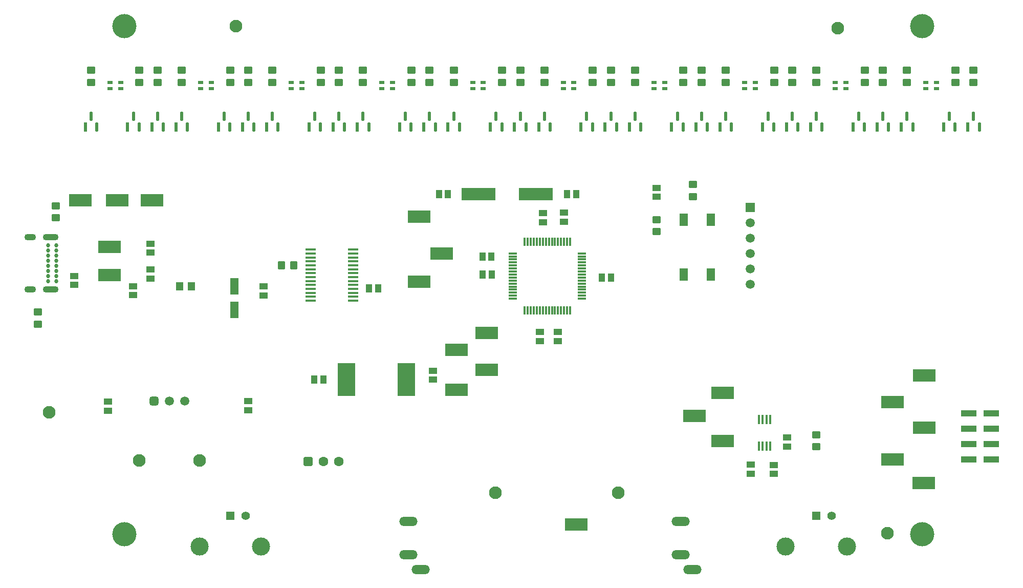
<source format=gbr>
%TF.GenerationSoftware,Altium Limited,Altium Designer,23.6.0 (18)*%
G04 Layer_Color=255*
%FSLAX43Y43*%
%MOMM*%
%TF.SameCoordinates,02C31AF8-F4BC-48A1-AB84-B672334353EB*%
%TF.FilePolarity,Positive*%
%TF.FileFunction,Pads,Top*%
%TF.Part,Single*%
G01*
G75*
%TA.AperFunction,SMDPad,CuDef*%
%ADD10R,3.800X2.030*%
G04:AMPARAMS|DCode=11|XSize=1.4mm|YSize=1.2mm|CornerRadius=0.15mm|HoleSize=0mm|Usage=FLASHONLY|Rotation=180.000|XOffset=0mm|YOffset=0mm|HoleType=Round|Shape=RoundedRectangle|*
%AMROUNDEDRECTD11*
21,1,1.400,0.900,0,0,180.0*
21,1,1.100,1.200,0,0,180.0*
1,1,0.300,-0.550,0.450*
1,1,0.300,0.550,0.450*
1,1,0.300,0.550,-0.450*
1,1,0.300,-0.550,-0.450*
%
%ADD11ROUNDEDRECTD11*%
%ADD12R,1.380X2.100*%
%ADD13R,1.400X1.100*%
%ADD14R,1.100X1.400*%
%ADD15R,5.600X2.100*%
%ADD16R,0.300X1.450*%
%ADD17R,1.450X0.300*%
%ADD18R,0.572X1.574*%
G04:AMPARAMS|DCode=19|XSize=1.574mm|YSize=0.572mm|CornerRadius=0.286mm|HoleSize=0mm|Usage=FLASHONLY|Rotation=90.000|XOffset=0mm|YOffset=0mm|HoleType=Round|Shape=RoundedRectangle|*
%AMROUNDEDRECTD19*
21,1,1.574,0.000,0,0,90.0*
21,1,1.002,0.572,0,0,90.0*
1,1,0.572,0.000,0.501*
1,1,0.572,0.000,-0.501*
1,1,0.572,0.000,-0.501*
1,1,0.572,0.000,0.501*
%
%ADD19ROUNDEDRECTD19*%
%ADD20R,0.850X0.500*%
%ADD21R,1.321X2.718*%
%ADD22R,2.900X5.400*%
%ADD23R,1.725X0.450*%
G04:AMPARAMS|DCode=24|XSize=1.4mm|YSize=1.2mm|CornerRadius=0.15mm|HoleSize=0mm|Usage=FLASHONLY|Rotation=90.000|XOffset=0mm|YOffset=0mm|HoleType=Round|Shape=RoundedRectangle|*
%AMROUNDEDRECTD24*
21,1,1.400,0.900,0,0,90.0*
21,1,1.100,1.200,0,0,90.0*
1,1,0.300,0.450,0.550*
1,1,0.300,0.450,-0.550*
1,1,0.300,-0.450,-0.550*
1,1,0.300,-0.450,0.550*
%
%ADD24ROUNDEDRECTD24*%
%ADD25R,0.432X1.499*%
%ADD26R,2.500X1.000*%
%ADD27R,1.285X1.470*%
%TA.AperFunction,ComponentPad*%
%ADD30C,0.690*%
%ADD31O,2.600X1.100*%
%ADD32O,1.900X1.100*%
%TA.AperFunction,ViaPad*%
%ADD33C,4.000*%
%TA.AperFunction,ComponentPad*%
%ADD34O,3.016X1.508*%
%ADD35C,3.000*%
%ADD36C,1.398*%
%ADD37R,1.398X1.398*%
G04:AMPARAMS|DCode=38|XSize=1.5mm|YSize=1.5mm|CornerRadius=0.375mm|HoleSize=0mm|Usage=FLASHONLY|Rotation=0.000|XOffset=0mm|YOffset=0mm|HoleType=Round|Shape=RoundedRectangle|*
%AMROUNDEDRECTD38*
21,1,1.500,0.750,0,0,0.0*
21,1,0.750,1.500,0,0,0.0*
1,1,0.750,0.375,-0.375*
1,1,0.750,-0.375,-0.375*
1,1,0.750,-0.375,0.375*
1,1,0.750,0.375,0.375*
%
%ADD38ROUNDEDRECTD38*%
%ADD39C,1.500*%
%ADD40R,1.500X1.500*%
G04:AMPARAMS|DCode=41|XSize=1.6mm|YSize=1.6mm|CornerRadius=0.4mm|HoleSize=0mm|Usage=FLASHONLY|Rotation=0.000|XOffset=0mm|YOffset=0mm|HoleType=Round|Shape=RoundedRectangle|*
%AMROUNDEDRECTD41*
21,1,1.600,0.800,0,0,0.0*
21,1,0.800,1.600,0,0,0.0*
1,1,0.800,0.400,-0.400*
1,1,0.800,-0.400,-0.400*
1,1,0.800,-0.400,0.400*
1,1,0.800,0.400,0.400*
%
%ADD41ROUNDEDRECTD41*%
%ADD42C,1.600*%
%ADD43C,2.100*%
D10*
X69976Y57250D02*
D03*
X149789Y19300D02*
D03*
X116466Y34192D02*
D03*
Y26192D02*
D03*
X111868Y30392D02*
D03*
X10204Y66029D02*
D03*
X22050Y66006D02*
D03*
X16299Y66029D02*
D03*
X15089Y58296D02*
D03*
Y53669D02*
D03*
X66261Y52550D02*
D03*
X72425Y34676D02*
D03*
X92234Y12444D02*
D03*
X66261Y63276D02*
D03*
X77441Y44066D02*
D03*
Y37977D02*
D03*
X72425Y41261D02*
D03*
X149821Y37046D02*
D03*
X144587Y23202D02*
D03*
X149821Y28397D02*
D03*
X144587Y32705D02*
D03*
D11*
X3200Y47550D02*
D03*
Y45550D02*
D03*
X105558Y62838D02*
D03*
Y60838D02*
D03*
X111558Y66655D02*
D03*
Y68655D02*
D03*
X20000Y85500D02*
D03*
Y87500D02*
D03*
X6127Y65127D02*
D03*
Y63127D02*
D03*
X35000Y87500D02*
D03*
Y85500D02*
D03*
X50000Y87500D02*
D03*
Y85500D02*
D03*
X23000Y87500D02*
D03*
Y85500D02*
D03*
X38000Y87500D02*
D03*
Y85500D02*
D03*
X53000Y87500D02*
D03*
Y85500D02*
D03*
X12000Y87500D02*
D03*
Y85500D02*
D03*
X27000Y87500D02*
D03*
Y85500D02*
D03*
X42000Y87500D02*
D03*
Y85500D02*
D03*
X65000Y87500D02*
D03*
Y85500D02*
D03*
X80000Y87500D02*
D03*
Y85500D02*
D03*
X95000Y87500D02*
D03*
Y85500D02*
D03*
X68000Y87500D02*
D03*
Y85500D02*
D03*
X83000Y87500D02*
D03*
Y85500D02*
D03*
X98000Y87500D02*
D03*
Y85500D02*
D03*
X57000Y87500D02*
D03*
Y85500D02*
D03*
X72000Y87500D02*
D03*
Y85500D02*
D03*
X87000Y87500D02*
D03*
Y85500D02*
D03*
X110000Y87500D02*
D03*
Y85500D02*
D03*
X125000Y87500D02*
D03*
Y85500D02*
D03*
X140000Y87500D02*
D03*
Y85500D02*
D03*
X113000Y87500D02*
D03*
Y85500D02*
D03*
X128000Y87500D02*
D03*
Y85500D02*
D03*
X143000Y87500D02*
D03*
Y85500D02*
D03*
X102000Y87500D02*
D03*
Y85500D02*
D03*
X117000Y87500D02*
D03*
Y85500D02*
D03*
X132000Y87500D02*
D03*
Y85500D02*
D03*
X155000Y87500D02*
D03*
Y85500D02*
D03*
X158000Y87500D02*
D03*
Y85500D02*
D03*
X147000Y87500D02*
D03*
Y85500D02*
D03*
X132000Y27288D02*
D03*
Y25288D02*
D03*
D12*
X114548Y62838D02*
D03*
X114538Y53738D02*
D03*
X110058Y62838D02*
D03*
Y53738D02*
D03*
D13*
X105558Y66588D02*
D03*
Y68088D02*
D03*
X68525Y36350D02*
D03*
Y37850D02*
D03*
X9250Y52025D02*
D03*
Y53525D02*
D03*
X14834Y31247D02*
D03*
Y32747D02*
D03*
X37961Y31329D02*
D03*
Y32829D02*
D03*
X40500Y51800D02*
D03*
Y50300D02*
D03*
X21785Y57351D02*
D03*
Y58851D02*
D03*
X21785Y54575D02*
D03*
Y53075D02*
D03*
X18950Y51830D02*
D03*
Y50330D02*
D03*
X90250Y62508D02*
D03*
Y64008D02*
D03*
X86750Y62425D02*
D03*
Y63925D02*
D03*
X86250Y44250D02*
D03*
Y42750D02*
D03*
X89250Y44250D02*
D03*
Y42750D02*
D03*
X121122Y20822D02*
D03*
Y22322D02*
D03*
X124923Y20793D02*
D03*
Y22293D02*
D03*
X127126Y26822D02*
D03*
Y25322D02*
D03*
D14*
X92250Y67000D02*
D03*
X90750D02*
D03*
X69550Y67000D02*
D03*
X71050D02*
D03*
X76761Y53750D02*
D03*
X78261D02*
D03*
X50425Y36375D02*
D03*
X48925D02*
D03*
X58000Y51500D02*
D03*
X59500D02*
D03*
X96500Y53250D02*
D03*
X98000D02*
D03*
X78250Y56750D02*
D03*
X76750D02*
D03*
D15*
X76100Y67000D02*
D03*
X85600D02*
D03*
D16*
X91250Y47800D02*
D03*
X90750D02*
D03*
X90250D02*
D03*
X89750D02*
D03*
X89250D02*
D03*
X88750D02*
D03*
X88250D02*
D03*
X87750D02*
D03*
X87250D02*
D03*
X86750D02*
D03*
X86250D02*
D03*
X85750D02*
D03*
X85250D02*
D03*
X84750D02*
D03*
X84250D02*
D03*
X83750D02*
D03*
Y59200D02*
D03*
X84250D02*
D03*
X84750D02*
D03*
X85250D02*
D03*
X85750D02*
D03*
X86250D02*
D03*
X86750D02*
D03*
X87250D02*
D03*
X87750D02*
D03*
X88250D02*
D03*
X88750D02*
D03*
X89250D02*
D03*
X89750D02*
D03*
X90250D02*
D03*
X90750D02*
D03*
X91250D02*
D03*
D17*
X81800Y49750D02*
D03*
Y50250D02*
D03*
Y50750D02*
D03*
Y51250D02*
D03*
Y51750D02*
D03*
Y52250D02*
D03*
Y52750D02*
D03*
Y53250D02*
D03*
Y53750D02*
D03*
Y54250D02*
D03*
Y54750D02*
D03*
Y55250D02*
D03*
Y55750D02*
D03*
Y56250D02*
D03*
Y56750D02*
D03*
Y57250D02*
D03*
X93200D02*
D03*
Y56750D02*
D03*
Y56250D02*
D03*
Y55750D02*
D03*
Y55250D02*
D03*
Y54750D02*
D03*
Y54250D02*
D03*
Y53750D02*
D03*
Y53250D02*
D03*
Y52750D02*
D03*
Y52250D02*
D03*
Y51750D02*
D03*
Y51250D02*
D03*
Y50750D02*
D03*
Y50250D02*
D03*
Y49750D02*
D03*
D18*
X22050Y78115D02*
D03*
X157050D02*
D03*
X48050D02*
D03*
X33050D02*
D03*
X18050D02*
D03*
X41050D02*
D03*
X26050D02*
D03*
X11050D02*
D03*
X52050D02*
D03*
X37050D02*
D03*
X93050D02*
D03*
X78050D02*
D03*
X63050D02*
D03*
X86050D02*
D03*
X71050D02*
D03*
X56050D02*
D03*
X97050D02*
D03*
X82050D02*
D03*
X67050D02*
D03*
X138050D02*
D03*
X123050D02*
D03*
X108050D02*
D03*
X131050D02*
D03*
X116050D02*
D03*
X101050D02*
D03*
X142050D02*
D03*
X127050D02*
D03*
X112050D02*
D03*
X153050D02*
D03*
X146050D02*
D03*
D19*
X23950D02*
D03*
X23000Y79885D02*
D03*
X158000D02*
D03*
X158950Y78115D02*
D03*
X49000Y79885D02*
D03*
X49950Y78115D02*
D03*
X34000Y79885D02*
D03*
X34950Y78115D02*
D03*
X19000Y79885D02*
D03*
X19950Y78115D02*
D03*
X42000Y79885D02*
D03*
X42950Y78115D02*
D03*
X27000Y79885D02*
D03*
X27950Y78115D02*
D03*
X12000Y79885D02*
D03*
X12950Y78115D02*
D03*
X53000Y79885D02*
D03*
X53950Y78115D02*
D03*
X38000Y79885D02*
D03*
X38950Y78115D02*
D03*
X94000Y79885D02*
D03*
X94950Y78115D02*
D03*
X79000Y79885D02*
D03*
X79950Y78115D02*
D03*
X64000Y79885D02*
D03*
X64950Y78115D02*
D03*
X87000Y79885D02*
D03*
X87950Y78115D02*
D03*
X72000Y79885D02*
D03*
X72950Y78115D02*
D03*
X57000Y79885D02*
D03*
X57950Y78115D02*
D03*
X98000Y79885D02*
D03*
X98950Y78115D02*
D03*
X83000Y79885D02*
D03*
X83950Y78115D02*
D03*
X68000Y79885D02*
D03*
X68950Y78115D02*
D03*
X139000Y79885D02*
D03*
X139950Y78115D02*
D03*
X124000Y79885D02*
D03*
X124950Y78115D02*
D03*
X109000Y79885D02*
D03*
X109950Y78115D02*
D03*
X132000Y79885D02*
D03*
X132950Y78115D02*
D03*
X117000Y79885D02*
D03*
X117950Y78115D02*
D03*
X102000Y79885D02*
D03*
X102950Y78115D02*
D03*
X143000Y79885D02*
D03*
X143950Y78115D02*
D03*
X128000Y79885D02*
D03*
X128950Y78115D02*
D03*
X113000Y79885D02*
D03*
X113950Y78115D02*
D03*
X154000Y79885D02*
D03*
X154950Y78115D02*
D03*
X147000Y79885D02*
D03*
X147950Y78115D02*
D03*
D20*
X15125Y85500D02*
D03*
X16875D02*
D03*
Y84500D02*
D03*
X15125D02*
D03*
X30125D02*
D03*
X31875D02*
D03*
Y85500D02*
D03*
X30125D02*
D03*
X45125Y84500D02*
D03*
X46875D02*
D03*
Y85500D02*
D03*
X45125D02*
D03*
X60125Y84500D02*
D03*
X61875D02*
D03*
Y85500D02*
D03*
X60125D02*
D03*
X75125Y84500D02*
D03*
X76875D02*
D03*
Y85500D02*
D03*
X75125D02*
D03*
X90125Y84500D02*
D03*
X91875D02*
D03*
Y85500D02*
D03*
X90125D02*
D03*
X105125Y84500D02*
D03*
X106875D02*
D03*
Y85500D02*
D03*
X105125D02*
D03*
X120125Y84500D02*
D03*
X121875D02*
D03*
Y85500D02*
D03*
X120125D02*
D03*
X135125Y84500D02*
D03*
X136875D02*
D03*
Y85500D02*
D03*
X135125D02*
D03*
X150125Y84500D02*
D03*
X151875D02*
D03*
Y85500D02*
D03*
X150125D02*
D03*
D21*
X35730Y47894D02*
D03*
Y51806D02*
D03*
D22*
X54250Y36350D02*
D03*
X64150D02*
D03*
D23*
X55350Y49425D02*
D03*
Y50075D02*
D03*
Y50725D02*
D03*
Y51375D02*
D03*
Y52025D02*
D03*
Y52675D02*
D03*
Y53325D02*
D03*
Y53975D02*
D03*
Y54625D02*
D03*
Y55275D02*
D03*
Y55925D02*
D03*
Y56575D02*
D03*
Y57225D02*
D03*
Y57875D02*
D03*
X48326D02*
D03*
Y57225D02*
D03*
Y56575D02*
D03*
Y55925D02*
D03*
Y55275D02*
D03*
Y54625D02*
D03*
Y53975D02*
D03*
Y53325D02*
D03*
Y52675D02*
D03*
Y52025D02*
D03*
Y51375D02*
D03*
Y50725D02*
D03*
Y50075D02*
D03*
Y49425D02*
D03*
D24*
X43500Y55313D02*
D03*
X45500D02*
D03*
D25*
X122458Y25388D02*
D03*
X123093D02*
D03*
X123754D02*
D03*
X124389D02*
D03*
Y29757D02*
D03*
X123754D02*
D03*
X123093D02*
D03*
X122458D02*
D03*
D26*
X157230Y23190D02*
D03*
Y25730D02*
D03*
X160930Y23190D02*
D03*
Y25730D02*
D03*
Y30810D02*
D03*
X157230D02*
D03*
X160930Y28270D02*
D03*
X157230D02*
D03*
D27*
X26686Y51825D02*
D03*
X28631D02*
D03*
D30*
X4925Y58575D02*
D03*
Y57725D02*
D03*
Y56875D02*
D03*
Y56025D02*
D03*
Y55175D02*
D03*
Y54325D02*
D03*
Y53475D02*
D03*
Y52625D02*
D03*
X6275D02*
D03*
Y53475D02*
D03*
Y54325D02*
D03*
Y55175D02*
D03*
Y56025D02*
D03*
Y56875D02*
D03*
Y57725D02*
D03*
Y58575D02*
D03*
D31*
X5295Y51275D02*
D03*
Y59925D02*
D03*
D32*
X1915Y51275D02*
D03*
Y59925D02*
D03*
D33*
X17525Y10825D02*
D03*
Y94825D02*
D03*
X149525Y10825D02*
D03*
Y94825D02*
D03*
D34*
X109500Y12900D02*
D03*
Y7400D02*
D03*
X111500Y5000D02*
D03*
X64500Y12900D02*
D03*
Y7400D02*
D03*
X66500Y5000D02*
D03*
D35*
X40080Y8800D02*
D03*
X29920D02*
D03*
X137080Y8800D02*
D03*
X126920D02*
D03*
D36*
X37540Y13880D02*
D03*
X134540Y13880D02*
D03*
D37*
X35000Y13880D02*
D03*
X132000Y13880D02*
D03*
D38*
X22460Y32800D02*
D03*
D39*
X25000D02*
D03*
X27540D02*
D03*
X121067Y52173D02*
D03*
Y54713D02*
D03*
Y57253D02*
D03*
Y59793D02*
D03*
Y62333D02*
D03*
D40*
Y64873D02*
D03*
D41*
X47935Y22850D02*
D03*
D42*
X50475D02*
D03*
X53015D02*
D03*
D43*
X99199Y17673D02*
D03*
X29920Y23000D02*
D03*
X78921Y17673D02*
D03*
X5020Y31000D02*
D03*
X143786Y11008D02*
D03*
X135500Y94500D02*
D03*
X36000Y94825D02*
D03*
X20000Y23000D02*
D03*
%TF.MD5,df3133d88f2e922e8a48af5723633632*%
M02*

</source>
